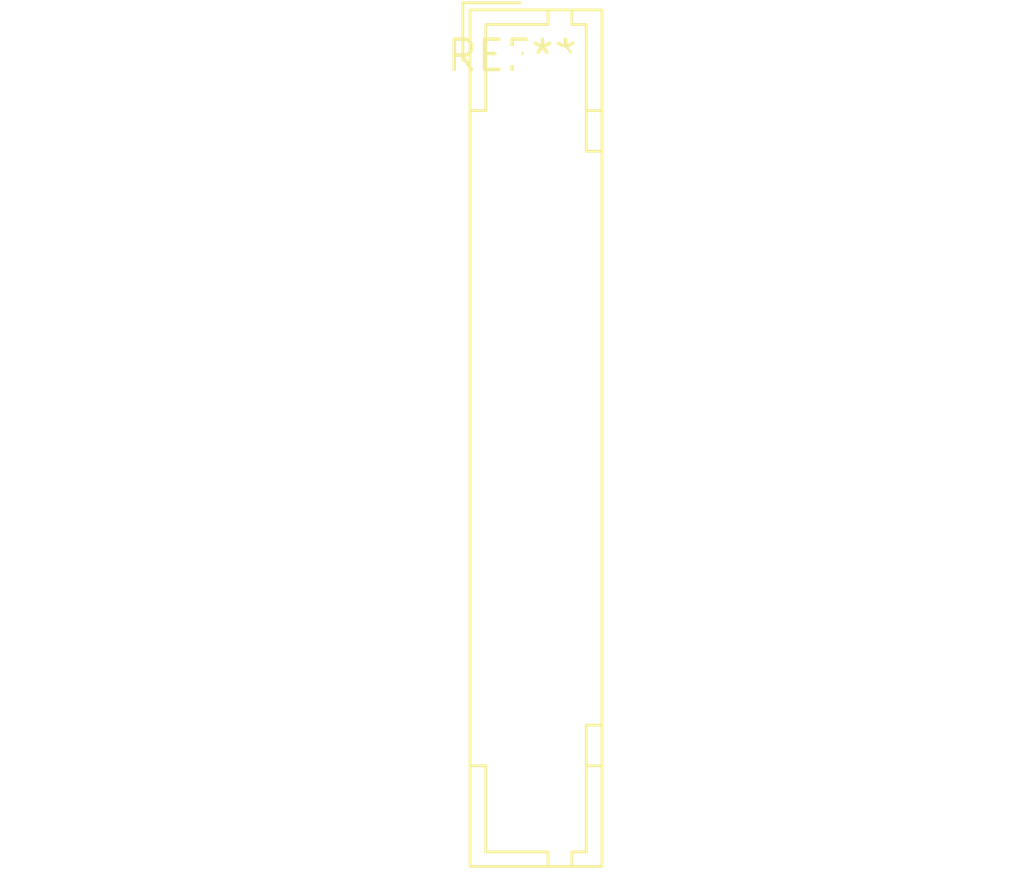
<source format=kicad_pcb>
(kicad_pcb (version 20240108) (generator pcbnew)
  (layers (0 "F.Cu" signal) (31 "B.Cu" signal) (34 "B.Paste" user) (35 "F.Paste" user) (36 "B.SilkS" user "B.Silkscreen") (37 "F.SilkS" user "F.Silkscreen") (38 "B.Mask" user) (39 "F.Mask" user) (44 "Edge.Cuts" user))
  (net 0 "")
  (footprint "JAE_LY20-34P-DT1_2x17_P2.00mm_Vertical" (layer "F.Cu") (at 0 0)
    (property "Reference" "REF**")
    (property "Value" "JAE_LY20-34P-DT1_2x17_P2.00mm_Vertical")
    (fp_line (start -2.06 -2.21) (end -2.06 0.2) (layer "F.SilkS") (stroke (width 0.12)))
    (fp_line (start -1.76 -1.91) (end -1.76 33.91) (layer "F.SilkS") (stroke (width 0.12)))
    (fp_line (start -1.76 33.91) (end 3.76 33.91) (layer "F.SilkS") (stroke (width 0.12)))
    (fp_line (start -1.1 -1.3) (end -1.1 2.3) (layer "F.SilkS") (stroke (width 0.12)))
    (fp_line (start -1.1 2.3) (end -1.76 2.3) (layer "F.SilkS") (stroke (width 0.12)))
    (fp_line (start -1.1 29.7) (end -1.76 29.7) (layer "F.SilkS") (stroke (width 0.12)))
    (fp_line (start -1.1 33.3) (end -1.1 29.7) (layer "F.SilkS") (stroke (width 0.12)))
    (fp_line (start 0.35 -2.21) (end -2.06 -2.21) (layer "F.SilkS") (stroke (width 0.12)))
    (fp_line (start 1.5 -1.91) (end 1.5 -1.3) (layer "F.SilkS") (stroke (width 0.12)))
    (fp_line (start 1.5 -1.3) (end -1.1 -1.3) (layer "F.SilkS") (stroke (width 0.12)))
    (fp_line (start 1.5 33.3) (end -1.1 33.3) (layer "F.SilkS") (stroke (width 0.12)))
    (fp_line (start 1.5 33.91) (end 1.5 33.3) (layer "F.SilkS") (stroke (width 0.12)))
    (fp_line (start 2.5 -1.91) (end 2.5 -1.3) (layer "F.SilkS") (stroke (width 0.12)))
    (fp_line (start 2.5 -1.3) (end 3.1 -1.3) (layer "F.SilkS") (stroke (width 0.12)))
    (fp_line (start 2.5 33.3) (end 3.1 33.3) (layer "F.SilkS") (stroke (width 0.12)))
    (fp_line (start 2.5 33.91) (end 2.5 33.3) (layer "F.SilkS") (stroke (width 0.12)))
    (fp_line (start 3.1 -1.3) (end 3.1 4) (layer "F.SilkS") (stroke (width 0.12)))
    (fp_line (start 3.1 4) (end 3.76 4) (layer "F.SilkS") (stroke (width 0.12)))
    (fp_line (start 3.1 28) (end 3.76 28) (layer "F.SilkS") (stroke (width 0.12)))
    (fp_line (start 3.1 33.3) (end 3.1 28) (layer "F.SilkS") (stroke (width 0.12)))
    (fp_line (start 3.76 -1.91) (end -1.76 -1.91) (layer "F.SilkS") (stroke (width 0.12)))
    (fp_line (start 3.76 2.3) (end 3.1 2.3) (layer "F.SilkS") (stroke (width 0.12)))
    (fp_line (start 3.76 29.7) (end 3.1 29.7) (layer "F.SilkS") (stroke (width 0.12)))
    (fp_line (start 3.76 33.91) (end 3.76 -1.91) (layer "F.SilkS") (stroke (width 0.12)))
    (pad "a1" thru_hole roundrect (at 0 0) (size 1.2 1.2) (drill 0.8) (layers *.Cu *.Mask) (remove_unused_layers) (roundrect_rratio 0.208333))
    (pad "a2" thru_hole circle (at 0 2) (size 1.2 1.2) (drill 0.8) (layers *.Cu *.Mask) (remove_unused_layers))
    (pad "a3" thru_hole circle (at 0 4) (size 1.2 1.2) (drill 0.8) (layers *.Cu *.Mask) (remove_unused_layers))
    (pad "a4" thru_hole circle (at 0 6) (size 1.2 1.2) (drill 0.8) (layers *.Cu *.Mask) (remove_unused_layers))
    (pad "a5" thru_hole circle (at 0 8) (size 1.2 1.2) (drill 0.8) (layers *.Cu *.Mask) (remove_unused_layers))
    (pad "a6" thru_hole circle (at 0 10) (size 1.2 1.2) (drill 0.8) (layers *.Cu *.Mask) (remove_unused_layers))
    (pad "a7" thru_hole circle (at 0 12) (size 1.2 1.2) (drill 0.8) (layers *.Cu *.Mask) (remove_unused_layers))
    (pad "a8" thru_hole circle (at 0 14) (size 1.2 1.2) (drill 0.8) (layers *.Cu *.Mask) (remove_unused_layers))
    (pad "a9" thru_hole circle (at 0 16) (size 1.2 1.2) (drill 0.8) (layers *.Cu *.Mask) (remove_unused_layers))
    (pad "a10" thru_hole circle (at 0 18) (size 1.2 1.2) (drill 0.8) (layers *.Cu *.Mask) (remove_unused_layers))
    (pad "a11" thru_hole circle (at 0 20) (size 1.2 1.2) (drill 0.8) (layers *.Cu *.Mask) (remove_unused_layers))
    (pad "a12" thru_hole circle (at 0 22) (size 1.2 1.2) (drill 0.8) (layers *.Cu *.Mask) (remove_unused_layers))
    (pad "a13" thru_hole circle (at 0 24) (size 1.2 1.2) (drill 0.8) (layers *.Cu *.Mask) (remove_unused_layers))
    (pad "a14" thru_hole circle (at 0 26) (size 1.2 1.2) (drill 0.8) (layers *.Cu *.Mask) (remove_unused_layers))
    (pad "a15" thru_hole circle (at 0 28) (size 1.2 1.2) (drill 0.8) (layers *.Cu *.Mask) (remove_unused_layers))
    (pad "a16" thru_hole circle (at 0 30) (size 1.2 1.2) (drill 0.8) (layers *.Cu *.Mask) (remove_unused_layers))
    (pad "a17" thru_hole circle (at 0 32) (size 1.2 1.2) (drill 0.8) (layers *.Cu *.Mask) (remove_unused_layers))
    (pad "b1" thru_hole circle (at 2 0) (size 1.2 1.2) (drill 0.8) (layers *.Cu *.Mask) (remove_unused_layers))
    (pad "b2" thru_hole circle (at 2 2) (size 1.2 1.2) (drill 0.8) (layers *.Cu *.Mask) (remove_unused_layers))
    (pad "b3" thru_hole circle (at 2 4) (size 1.2 1.2) (drill 0.8) (layers *.Cu *.Mask) (remove_unused_layers))
    (pad "b4" thru_hole circle (at 2 6) (size 1.2 1.2) (drill 0.8) (layers *.Cu *.Mask) (remove_unused_layers))
    (pad "b5" thru_hole circle (at 2 8) (size 1.2 1.2) (drill 0.8) (layers *.Cu *.Mask) (remove_unused_layers))
    (pad "b6" thru_hole circle (at 2 10) (size 1.2 1.2) (drill 0.8) (layers *.Cu *.Mask) (remove_unused_layers))
    (pad "b7" thru_hole circle (at 2 12) (size 1.2 1.2) (drill 0.8) (layers *.Cu *.Mask) (remove_unused_layers))
    (pad "b8" thru_hole circle (at 2 14) (size 1.2 1.2) (drill 0.8) (layers *.Cu *.Mask) (remove_unused_layers))
    (pad "b9" thru_hole circle (at 2 16) (size 1.2 1.2) (drill 0.8) (layers *.Cu *.Mask) (remove_unused_layers))
    (pad "b10" thru_hole circle (at 2 18) (size 1.2 1.2) (drill 0.8) (layers *.Cu *.Mask) (remove_unused_layers))
    (pad "b11" thru_hole circle (at 2 20) (size 1.2 1.2) (drill 0.8) (layers *.Cu *.Mask) (remove_unused_layers))
    (pad "b12" thru_hole circle (at 2 22) (size 1.2 1.2) (drill 0.8) (layers *.Cu *.Mask) (remove_unused_layers))
    (pad "b13" thru_hole circle (at 2 24) (size 1.2 1.2) (drill 0.8) (layers *.Cu *.Mask) (remove_unused_layers))
    (pad "b14" thru_hole circle (at 2 26) (size 1.2 1.2) (drill 0.8) (layers *.Cu *.Mask) (remove_unused_layers))
    (pad "b15" thru_hole circle (at 2 28) (size 1.2 1.2) (drill 0.8) (layers *.Cu *.Mask) (remove_unused_layers))
    (pad "b16" thru_hole circle (at 2 30) (size 1.2 1.2) (drill 0.8) (layers *.Cu *.Mask) (remove_unused_layers))
    (pad "b17" thru_hole circle (at 2 32) (size 1.2 1.2) (drill 0.8) (layers *.Cu *.Mask) (remove_unused_layers))
  )
)
</source>
